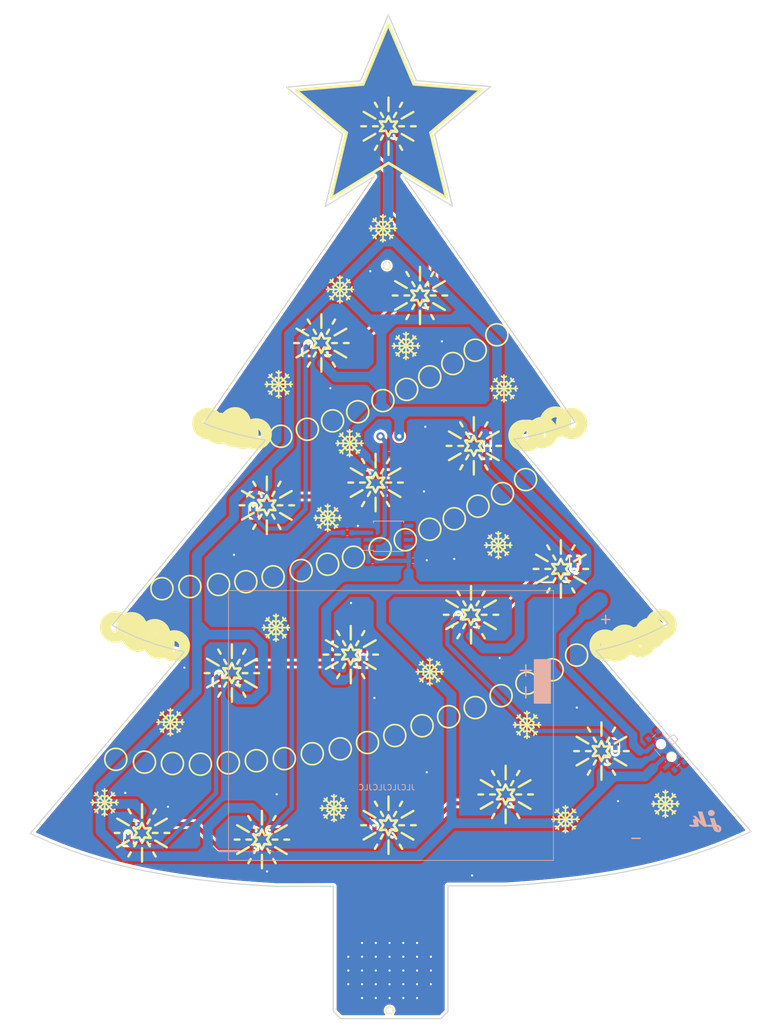
<source format=kicad_pcb>
(kicad_pcb (version 20211014) (generator pcbnew)
  (layers (0 "F.Cu" signal) (31 "B.Cu" signal) (34 "B.Paste" user) (35 "F.Paste" user) (36 "B.SilkS" user "B.Silkscreen") (37 "F.SilkS" user "F.Silkscreen") (38 "B.Mask" user) (39 "F.Mask" user) (44 "Edge.Cuts" user))
  (net 0 "")
  (net 1 "GND")
  (net 2 "+5V")
  (net 3 "Net-(D1-Pad4)")
  (net 4 "Net-(D1-Pad2)")
  (net 5 "Net-(D2-Pad2)")
  (net 6 "Net-(D3-Pad2)")
  (net 7 "Net-(D4-Pad2)")
  (net 8 "Net-(D5-Pad2)")
  (net 9 "Net-(D10-Pad4)")
  (net 10 "Net-(D10-Pad2)")
  (net 11 "Net-(D11-Pad2)")
  (net 12 "Net-(D12-Pad2)")
  (net 13 "Net-(D13-Pad2)")
  (net 14 "Net-(D14-Pad2)")
  (net 15 "PB5_RESET")
  (net 16 "PB4")
  (net 17 "Net-(D15-Pad2)")
  (net 18 "PB3_AI")
  (net 19 "Net-(D6-Pad2)")
  (net 20 "Net-(D7-Pad2)")
  (net 21 "Net-(D8-Pad2)")
  (net 22 "Net-(U1-Pad7)")
  (net 23 "Net-(U1-Pad6)")
  (net 24 "Net-(U1-Pad5)")
  (net 25 "Net-(J2-Pad1)")
  (footprint "Drvce:LED_WS2812B_edited" (layer "F.Cu") (at 54.2925 163.7665)
    (fp_text reference "D2" hide)
    (fp_text value "WS2812B")
  )
  (footprint "Drvce:LED_WS2812B_edited" (layer "F.Cu") (at 92.202 131.4069 180)
    (fp_text reference "D4" hide)
    (fp_text value "WS2812B")
  )
  (footprint "Drvce:LED_WS2812B_edited" (layer "F.Cu") (at 120.3325 156.7942 180)
    (fp_text reference "D6" hide)
    (fp_text value "WS2812B")
  )
  (footprint "Drvce:LED_WS2812B_edited" (layer "F.Cu") (at 137.7188 149.0091 180)
    (fp_text reference "D7" hide)
    (fp_text value "WS2812B")
  )
  (footprint "Drvce:LED_WS2812B_edited" (layer "F.Cu") (at 130.3782 115.8113 180)
    (fp_text reference "D9" hide)
    (fp_text value "WS2812B")
  )
  (footprint "Drvce:LED_WS2812B_edited" (layer "F.Cu") (at 114.554 93.472)
    (fp_text reference "D10" hide)
    (fp_text value "WS2812B")
  )
  (footprint "Drvce:LED_WS2812B_edited" (layer "F.Cu") (at 96.7105 100.1395)
    (fp_text reference "D11" hide)
    (fp_text value "WS2812B")
  )
  (footprint "Drvce:LED_WS2812B_edited" (layer "F.Cu") (at 76.962 104.267)
    (fp_text reference "D12" hide)
    (fp_text value "WS2812B")
  )
  (footprint "Drvce:LED_WS2812B_edited" (layer "F.Cu") (at 86.868 74.803 180)
    (fp_text reference "D13" hide)
    (fp_text value "WS2812B")
  )
  (footprint "Drvce:LED_WS2812B_edited" (layer "F.Cu") (at 104.775 66.167 180)
    (fp_text reference "D14" hide)
    (fp_text value "WS2812B")
  )
  (footprint "Drvce:LED_WS2812B_edited" (layer "F.Cu") (at 99.06 35.433 180)
    (fp_text reference "D15" hide)
    (fp_text value "WS2812B")
  )
  (footprint "Drvce:R_LDR_5.1x4.3mm_P3.4mm_Vertical_edited" (layer "F.Cu") (at 97.6 91.75)
    (fp_text reference "R3" hide)
    (fp_text value "R_PHOTO")
  )
  (footprint "Drvce:ukras1" (layer "F.Cu") (at 59.436 143.637)
    (fp_text reference "G***" hide)
    (fp_text value "LOGO" hide)
  )
  (footprint "Drvce:LED_WS2812B_edited" (layer "F.Cu") (at 99.06 162.3695 180)
    (fp_text reference "D5" hide)
    (fp_text value "WS2812B")
  )
  (footprint "Drvce:ukras1" (layer "F.Cu") (at 98.044 53.975)
    (fp_text reference "G***" hide)
    (fp_text value "LOGO" hide)
  )
  (footprint "Drvce:ukras1" (layer "F.Cu") (at 131.191 161.29)
    (fp_text reference "G***" hide)
    (fp_text value "LOGO" hide)
  )
  (footprint "Drvce:ukras1" (layer "F.Cu") (at 102.235 75.311)
    (fp_text reference "G***" hide)
    (fp_text value "LOGO" hide)
  )
  (footprint "Drvce:LED_WS2812B_edited" (layer "F.Cu") (at 114.0587 124.1171 180)
    (fp_text reference "D8" hide)
    (fp_text value "WS2812B")
  )
  (footprint "Drvce:LED_WS2812B_edited" (layer "F.Cu") (at 70.612 134.747 180)
    (fp_text reference "D3" hide)
    (fp_text value "WS2812B")
  )
  (footprint "Drvce:neopixel_pozadina" (layer "F.Cu") (at 114.554 93.472)
    (fp_text reference "G***" hide)
    (fp_text value "LOGO" hide)
  )
  (footprint "Drvce:neopixel_pozadina" (layer "F.Cu") (at 99.06 35.433)
    (fp_text reference "G***" hide)
    (fp_text value "LOGO" hide)
  )
  (footprint "Drvce:neopixel_pozadina" (layer "F.Cu") (at 104.775 66.167)
    (fp_text reference "G***" hide)
    (fp_text value "LOGO" hide)
  )
  (footprint "Drvce:neopixel_pozadina" (layer "F.Cu") (at 86.868 74.803)
    (fp_text reference "G***" hide)
    (fp_text value "LOGO" hide)
  )
  (footprint "Drvce:neopixel_pozadina" (layer "F.Cu") (at 96.7105 100.1395)
    (fp_text reference "G***" hide)
    (fp_text value "LOGO" hide)
  )
  (footprint "Drvce:neopixel_pozadina" (layer "F.Cu") (at 76.962 104.267)
    (fp_text reference "G***" hide)
    (fp_text value "LOGO" hide)
  )
  (footprint "Drvce:neopixel_pozadina" (layer "F.Cu") (at 130.3655 115.824)
    (fp_text reference "G***" hide)
    (fp_text value "LOGO" hide)
  )
  (footprint "Drvce:neopixel_pozadina" (layer "F.Cu") (at 114.046 124.1425)
    (fp_text reference "G***" hide)
    (fp_text value "LOGO" hide)
  )
  (footprint "Drvce:neopixel_pozadina" (layer "F.Cu") (at 92.202 131.3815)
    (fp_text reference "G***" hide)
    (fp_text value "LOGO" hide)
  )
  (footprint "Drvce:neopixel_pozadina" (layer "F.Cu") (at 54.2925 163.7665)
    (fp_text reference "G***" hide)
    (fp_text value "LOGO" hide)
  )
  (footprint "Drvce:neopixel_pozadina" (layer "F.Cu") (at 76.073 164.973)
    (fp_text reference "G***" hide)
    (fp_text value "LOGO" hide)
  )
  (footprint "Drvce:neopixel_pozadina" (layer "F.Cu") (at 99.06 162.3695)
    (fp_text reference "G***" hide)
    (fp_text value "LOGO" hide)
  )
  (footprint "Drvce:neopixel_pozadina" (layer "F.Cu") (at 120.3325 156.7815)
    (fp_text reference "G***" hide)
    (fp_text value "LOGO" hide)
  )
  (footprint "Drvce:neopixel_pozadina" (layer "F.Cu") (at 137.7315 148.9075)
    (fp_text reference "G***" hide)
    (fp_text value "LOGO" hide)
  )
  (footprint "Drvce:neopixel_pozadina" (layer "F.Cu") (at 70.612 134.747)
    (fp_text reference "G***" hide)
    (fp_text value "LOGO" hide)
  )
  (footprint "Drvce:ukras1" (layer "F.Cu") (at 149.352 158.496)
    (fp_text reference "G***" hide)
    (fp_text value "LOGO" hide)
  )
  (footprint "Drvce:ukras1" (layer "F.Cu") (at 90.235 65.061)
    (fp_text reference "G***" hide)
    (fp_text value "LOGO" hide)
  )
  (footprint "Drvce:LED_WS2812B_edited" (layer "F.Cu") (at 76.073 164.973)
    (fp_text reference "D1" hide)
    (fp_text value "WS2812B")
  )
  (footprint "TestPoint:TestPoint_THTPad_D1.0mm_Drill0.5mm" (layer "F.Cu") (at 99.25 196)
    (fp_text reference "REF**" hide)
    (fp_text value "TestPoint_THTPad_D1.0mm_Drill0.5mm")
  )
  (footprint "TestPoint:TestPoint_THTPad_D1.0mm_Drill0.5mm" (layer "F.Cu") (at 98.75 60.75)
    (fp_text reference "REF**" hide)
    (fp_text value "TestPoint_THTPad_D1.0mm_Drill0.5mm")
  )
  (footprint "Drvce:ukras1" (layer "F.Cu") (at 106.553 134.493)
    (fp_text reference "G***" hide)
    (fp_text value "LOGO" hide)
  )
  (footprint "Drvce:ukras1" (layer "F.Cu") (at 79.121 82.296)
    (fp_text reference "G***" hide)
    (fp_text value "LOGO" hide)
  )
  (footprint "Drvce:ukras1" (layer "F.Cu") (at 120.015 83.058)
    (fp_text reference "G***" hide)
    (fp_text value "LOGO" hide)
  )
  (footprint "Drvce:ukras1" (layer "F.Cu") (at 89.154 159.258)
    (fp_text reference "G***" hide)
    (fp_text value "LOGO" hide)
  )
  (footprint "Drvce:ukras1" (layer "F.Cu") (at 88.011 106.553)
    (fp_text reference "G***" hide)
    (fp_text value "LOGO" hide)
  )
  (footprint "Drvce:ukras1" (layer "F.Cu") (at 118.999 111.506)
    (fp_text reference "G***" hide)
    (fp_text value "LOGO" hide)
  )
  (footprint "Drvce:ukras1" (layer "F.Cu") (at 124.206 144.145)
    (fp_text reference "G***" hide)
    (fp_text value "LOGO" hide)
  )
  (footprint "Drvce:ukras1" (layer "F.Cu") (at 92 93)
    (fp_text reference "G***" hide)
    (fp_text value "LOGO" hide)
  )
  (footprint "Drvce:ukras1" (layer "F.Cu") (at 78.613 126.492)
    (fp_text reference "G***" hide)
    (fp_text value "LOGO" hide)
  )
  (footprint "Drvce:ukras1" (layer "F.Cu") (at 47.498 158.242)
    (fp_text reference "G***" hide)
    (fp_text value "LOGO" hide)
  )
  (footprint "Resistor_SMD:R_0603_1608Metric" (layer "B.Cu") (at 96.1644 114.335 180)
    (fp_text reference "R2" hide)
    (fp_text value "10k")
  )
  (footprint "Capacitor_SMD:C_0603_1608Metric" (layer "B.Cu") (at 54.25 162.9625 -90)
    (fp_text reference "C3" hide)
    (fp_text value "100n")
  )
  (footprint "Capacitor_SMD:C_0603_1608Metric" (layer "B.Cu") (at 92.25 132.25 90)
    (fp_text reference "C5" hide)
    (fp_text value "100n")
  )
  (footprint "Capacitor_SMD:C_0603_1608Metric" (layer "B.Cu") (at 137.75 149.8092 90)
    (fp_text reference "C8" hide)
    (fp_text value "100n")
  )
  (footprint "Capacitor_SMD:C_0603_1608Metric" (layer "B.Cu") (at 130.25 116.6368 90)
    (fp_text reference "C10" hide)
    (fp_text value "100n")
  )
  (footprint "Capacitor_SMD:C_0603_1608Metric" (layer "B.Cu") (at 114.75 92.7125 -90)
    (fp_text reference "C11" hide)
    (fp_text value "100n")
  )
  (footprint "Capacitor_SMD:C_0603_1608Metric" (layer "B.Cu") (at 96.75 99.314 -90)
    (fp_text reference "C12" hide)
    (fp_text value "100n")
  )
  (footprint "Capacitor_SMD:C_0603_1608Metric" (layer "B.Cu") (at 77 103.4625 -90)
    (fp_text reference "C13" hide)
    (fp_text value "100n")
  )
  (footprint "Capacitor_SMD:C_0603_1608Metric" (layer "B.Cu") (at 87 75.6285 90)
    (fp_text reference "C14" hide)
    (fp_text value "100n")
  )
  (footprint "Capacitor_SMD:C_0603_1608Metric" (layer "B.Cu") (at 104.75 67.0052 90)
    (fp_text reference "C15" hide)
    (fp_text value "100n")
  )
  (footprint "Package_SO:SOIJ-8_5.3x5.3mm_P1.27mm" (layer "B.Cu") (at 99.06 109.89)
    (fp_text reference "U1" hide)
    (fp_text value "ATtiny85-20SU")
  )
  (footprint "Capacitor_SMD:C_0603_1608Metric" (layer "B.Cu") (at 76 164.1475 -90)
    (fp_text reference "C2" hide)
    (fp_text value "100n" hide)
  )
  (footprint "Capacitor_SMD:C_0603_1608Metric" (layer "B.Cu") (at 99 36.25 90)
    (fp_text reference "C16" hide)
    (fp_text value "100n")
  )
  (footprint "Resistor_SMD:R_0603_1608Metric" (layer "B.Cu") (at 91.567 109.255)
    (fp_text reference "R1" hide)
    (fp_text value "470")
  )
  (footprint "Capacitor_SMD:C_0603_1608Metric" (layer "B.Cu") (at 120.25 157.6197 90)
    (fp_text reference "C7" hide)
    (fp_text value "100n")
  )
  (footprint "Capacitor_SMD:C_0603_1608Metric" (layer "B.Cu") (at 114 125.0375 90)
    (fp_text reference "C9" hide)
    (fp_text value "100n")
  )
  (footprint "Capacitor_SMD:C_0603_1608Metric" (layer "B.Cu") (at 70.75 135.5 90)
    (fp_text reference "C4" hide)
    (fp_text value "100n")
  )
  (footprint "Capacitor_SMD:C_0603_1608Metric" (layer "B.Cu") (at 103.5 114.335)
    (fp_text reference "C1" hide)
    (fp_text value "100n")
  )
  (footprint "Resistor_SMD:R_0603_1608Metric" (layer "B.Cu") (at 99.1616 95)
    (fp_text reference "R4" hide)
    (fp_text value "10k")
  )
  (footprint "Capacitor_SMD:C_0603_1608Metric" (layer "B.Cu") (at 99 163 90)
    (fp_text reference "C6" hide)
    (fp_text value "100n")
  )
  (footprint "Drvce:3xAA" (layer "B.Cu") (at 70.5 120.25 -90)
    (fp_text reference "REF**" hide)
    (fp_text value "3xAA")
  )
  (footprint "Connector_Wire:SolderWirePad_1x01_SMD_5x10mm" (layer "B.Cu") (at 136.25 122.5 130)
    (fp_text reference "J2" hide)
    (fp_text value "+")
  )
  (footprint "Connector_Wire:SolderWirePad_1x01_SMD_5x10mm" (layer "B.Cu") (at 146.5 162.75 40)
    (fp_text reference "J3" hide)
    (fp_text value "-")
  )
  (footprint "Button_Switch_SMD:SW_SPDT_PCM12" (layer "B.Cu") (at 149.25 149 -50)
    (fp_text reference "SW1" hide)
    (fp_text value "SW_SPST")
  )
  (footprint "Drvce:logo" (layer "B.Cu") (at 156.5 161.5 180)
    (fp_text reference "G***" hide)
    (fp_text value "LOGO" hide)
  )
  (gr_line (start 138.5 125.75) (end 138.5 124.25) (layer "B.SilkS") (width 0.25))
  (gr_line (start 137.75 125) (end 139.25 125) (layer "B.SilkS") (width 0.25))
  (gr_line (start 143.25 164.75) (end 144.75 164.75) (layer "B.SilkS") (width 0.25))
  (gr_circle (center 114.808 76.105) (end 116.808 76.105) (layer "F.SilkS") (width 0.3) (fill none))
  (gr_circle (center 118.745 73.311) (end 120.745 73.311) (layer "F.SilkS") (width 0.3) (fill none))
  (gr_circle (center 57.912 119.412) (end 59.912 119.412) (layer "F.SilkS") (width 0.3) (fill none))
  (gr_circle (center 105.156 144.304) (end 107.156 144.304) (layer "F.SilkS") (width 0.3) (fill none))
  (gr_circle (center 132.296942 89.408) (end 133.148884 89.408) (layer "F.SilkS") (width 2) (fill none))
  (gr_circle (center 138.392942 129.667) (end 139.244884 129.667) (layer "F.SilkS") (width 2) (fill none))
  (gr_circle (center 126.962942 91.059) (end 127.814884 91.059) (layer "F.SilkS") (width 2) (fill none))
  (gr_circle (center 84.328 90.456) (end 86.328 90.456) (layer "F.SilkS") (width 0.3) (fill none))
  (gr_circle (center 102.108 110.522) (end 104.108 110.522) (layer "F.SilkS") (width 0.3) (fill none))
  (gr_circle (center 133.223 131.477) (end 135.223 131.477) (layer "F.SilkS") (width 0.3) (fill none))
  (gr_circle (center 53.556942 128.016) (end 54.408884 128.016) (layer "F.SilkS") (width 2) (fill none))
  (gr_circle (center 52.413942 126.492) (end 53.265884 126.492) (layer "F.SilkS") (width 2) (fill none))
  (gr_circle (center 78.105 117.253) (end 80.105 117.253) (layer "F.SilkS") (width 0.3) (fill none))
  (gr_circle (center 129.375942 89.154) (end 130.227884 89.154) (layer "F.SilkS") (width 2) (fill none))
  (gr_circle (center 69.977 151.035) (end 71.977 151.035) (layer "F.SilkS") (width 0.3) (fill none))
  (gr_line (start 88.637221 48.513928) (end 99.06 42.1005) (layer "F.SilkS") (width 0.5))
  (gr_line (start 109.583929 48.454289) (end 106.68 36.576) (layer "F.SilkS") (width 0.5))
  (gr_circle (center 106.553 80.931) (end 108.553 80.931) (layer "F.SilkS") (width 0.3) (fill none))
  (gr_circle (center 64.897 151.289) (end 66.897 151.289) (layer "F.SilkS") (width 0.3) (fill none))
  (gr_circle (center 114.808 141.002) (end 116.808 141.002) (layer "F.SilkS") (width 0.3) (fill none))
  (gr_circle (center 124.206 136.557) (end 126.206 136.557) (layer "F.SilkS") (width 0.3) (fill none))
  (gr_circle (center 144.742942 129.032) (end 145.594884 129.032) (layer "F.SilkS") (width 2) (fill none))
  (gr_circle (center 109.982 142.653) (end 111.982 142.653) (layer "F.SilkS") (width 0.3) (fill none))
  (gr_circle (center 102.362 83.217) (end 104.362 83.217) (layer "F.SilkS") (width 0.3) (fill none))
  (gr_circle (center 148.552942 125.984) (end 149.404884 125.984) (layer "F.SilkS") (width 2) (fill none))
  (gr_line (start 99.06 42.1005) (end 109.583929 48.454289) (layer "F.SilkS") (width 0.5))
  (gr_circle (center 71.209942 89.281) (end 72.061884 89.281) (layer "F.SilkS") (width 2) (fill none))
  (gr_circle (center 110.744 78.518) (end 112.744 78.518) (layer "F.SilkS") (width 0.3) (fill none))
  (gr_circle (center 62.992 119.031) (end 64.992 119.031) (layer "F.SilkS") (width 0.3) (fill none))
  (gr_circle (center 59.817 151.162) (end 61.817 151.162) (layer "F.SilkS") (width 0.3) (fill none))
  (gr_line (start 94.451131 27.827118) (end 82.272996 28.868919) (layer "F.SilkS") (width 0.5))
  (gr_circle (center 57.366942 129.286) (end 58.218884 129.286) (layer "F.SilkS") (width 2) (fill none))
  (gr_circle (center 115.316 104.426) (end 117.316 104.426) (layer "F.SilkS") (width 0.3) (fill none))
  (gr_circle (center 98.044 85.249) (end 100.044 85.249) (layer "F.SilkS") (width 0.3) (fill none))
  (gr_line (start 99.020759 16.938312) (end 94.451131 27.827118) (layer "F.SilkS") (width 0.5))
  (gr_circle (center 88.9 88.932) (end 90.9 88.932) (layer "F.SilkS") (width 0.3) (fill none))
  (gr_circle (center 123.952 99.6) (end 125.952 99.6) (layer "F.SilkS") (width 0.3) (fill none))
  (gr_circle (center 119.761 102.14) (end 121.761 102.14) (layer "F.SilkS") (width 0.3) (fill none))
  (gr_circle (center 100.203 146.082) (end 102.203 146.082) (layer "F.SilkS") (width 0.3) (fill none))
  (gr_circle (center 80.137 150.273) (end 82.137 150.273) (layer "F.SilkS") (width 0.3) (fill none))
  (gr_circle (center 119.507 138.843) (end 121.507 138.843) (layer "F.SilkS") (width 0.3) (fill none))
  (gr_circle (center 124.422942 91.567) (end 125.274884 91.567) (layer "F.SilkS") (width 2) (fill none))
  (gr_line (start 82.272996 28.868919) (end 91.473464 36.619296) (layer "F.SilkS") (width 0.5))
  (gr_circle (center 106.553 108.617) (end 108.553 108.617) (layer "F.SilkS") (width 0.3) (fill none))
  (gr_circle (center 83.185 116.11) (end 85.185 116.11) (layer "F.SilkS") (width 0.3) (fill none))
  (gr_line (start 103.652317 27.800921) (end 99.020759 16.938312) (layer "F.SilkS") (width 0.5))
  (gr_circle (center 68.199 118.65) (end 70.199 118.65) (layer "F.SilkS") (width 0.3) (fill none))
  (gr_line (start 115.836186 28.77336) (end 103.652317 27.800921) (layer "F.SilkS") (width 0.5))
  (gr_circle (center 146.647942 127.508) (end 147.499884 127.508) (layer "F.SilkS") (width 2) (fill none))
  (gr_circle (center 49.492942 126.365) (end 50.344884 126.365) (layer "F.SilkS") (width 2) (fill none))
  (gr_circle (center 110.998 106.712) (end 112.998 106.712) (layer "F.SilkS") (width 0.3) (fill none))
  (gr_circle (center 123.660942 91.567) (end 124.512884 91.567) (layer "F.SilkS") (width 2) (fill none))
  (gr_circle (center 95.25 147.352) (end 97.25 147.352) (layer "F.SilkS") (width 0.3) (fill none))
  (gr_circle (center 60.160942 129.794) (end 61.012884 129.794) (layer "F.SilkS") (width 2) (fill none))
  (gr_circle (center 93.472 87.281) (end 95.472 87.281) (layer "F.SilkS") (width 0.3) (fill none))
  (gr_circle (center 85.217 149.384) (end 87.217 149.384) (layer "F.SilkS") (width 0.3) (fill none))
  (gr_circle (center 68.288942 90.297) (end 69.140884 90.297) (layer "F.SilkS") (width 2) (fill none))
  (gr_circle (center 75.057 150.654) (end 77.057 150.654) (layer "F.SilkS") (width 0.3) (fill none))
  (gr_circle (center 140.424942 129.794) (end 141.276884 129.794) (layer "F.SilkS") (width 2) (fill none))
  (gr_circle (center 128.778 134.144) (end 130.778 134.144) (layer "F.SilkS") (width 0.3) (fill none))
  (gr_circle (center 70.955942 90.805) (end 71.807884 90.805) (layer "F.SilkS") (width 2) (fill none))
  (gr_circle (center 79.502 91.726) (end 81.502 91.726) (layer "F.SilkS") (width 0.3) (fill none))
  (gr_circle (center 92.71 113.697) (end 94.71 113.697) (layer "F.SilkS") (width 0.3) (fill none))
  (gr_circle (center 66.256942 89.408) (end 67.108884 89.408) (layer "F.SilkS") (width 2) (fill none))
  (gr_line (start 91.473464 36.619296) (end 88.637221 48.513928) (layer "F.SilkS") (width 0.5))
  (gr_circle (center 141.948942 128.778) (end 142.800884 128.778) (layer "F.SilkS") (width 2) (fill none))
  (gr_circle (center 75.019942 91.313) (end 75.871884 91.313) (layer "F.SilkS") (width 2) (fill none))
  (gr_circle (center 90.297 148.495) (end 92.297 148.495) (layer "F.SilkS") (width 0.3) (fill none))
  (gr_circle (center 54.737 150.908) (end 56.737 150.908) (layer "F.SilkS") (width 0.3) (fill none))
  (gr_circle (center 49.53 150.4) (end 51.53 150.4) (layer "F.SilkS") (width 0.3) (fill none))
  (gr_circle (center 56.604942 127.762) (end 57.456884 127.762) (layer "F.SilkS") (width 2) (fill none))
  (gr_circle (center 88.011 114.967) (end 90.011 114.967) (layer "F.SilkS") (width 0.3) (fill none))
  (gr_line (start 106.68 36.576) (end 115.836186 28.77336) (layer "F.SilkS") (width 0.5))
  (gr_circle (center 72.606942 91.186) (end 73.458884 91.186) (layer "F.SilkS") (width 2) (fill none))
  (gr_circle (center 73.152 118.142) (end 75.152 118.142) (layer "F.SilkS") (width 0.3) (fill none))
  (gr_circle (center 97.536 112.173) (end 99.536 112.173) (layer "F.SilkS") (width 0.3) (fill none))
  (gr_line (start 89.027 173.456499) (end 89.027 196.1515) (layer "Edge.Cuts") (width 0.2))
  (gr_line (start 89.027 173.456499) (end 78.836541 173.492358) (layer "Edge.Cuts") (width 0.2))
  (gr_line (start 109.855 173.374694) (end 120.119125 173.374694) (layer "Edge.Cuts") (width 0.2))
  (gr_line (start 89.027 196.1515) (end 90.3605 197.485) (layer "Edge.Cuts") (width 0.2))
  (gr_line (start 109.855 196.215) (end 108.585 197.485) (layer "Edge.Cuts") (width 0.2))
  (gr_line (start 90.3605 197.485) (end 108.585 197.485) (layer "Edge.Cuts") (width 0.2))
  (gr_curve (pts (xy 131.566939 172.397187) (xy 142.99887 171.08837) (xy 154.244686 168.62344) (xy 164.883993 163.492007)) (layer "Edge.Cuts") (width 0.2))
  (gr_line (start 80.539997 28.32775) (end 90.702936 36.888902) (layer "Edge.Cuts") (width 0.2))
  (gr_line (start 90.702936 36.888902) (end 87.574801 50.00767) (layer "Edge.Cuts") (width 0.2))
  (gr_line (start 99.026108 15.153808) (end 93.98 27.178) (layer "Edge.Cuts") (width 0.2))
  (gr_line (start 104.140603 27.149071) (end 99.026108 15.153808) (layer "Edge.Cuts") (width 0.2))
  (gr_line (start 96.432139 44.561067) (end 65.521252 89.359874) (layer "Edge.Cuts") (width 0.2))
  (gr_curve (pts (xy 136.714033 130.636055) (xy 143.585825 129.422807) (xy 149.80835 125.755531) (xy 149.80835 125.755531)) (layer "Edge.Cuts") (width 0.2))
  (gr_curve (pts (xy 120.119125 173.374694) (xy 123.945335 173.139637) (xy 127.766422 172.832299) (xy 131.566939 172.397187)) (layer "Edge.Cuts") (width 0.2))
  (gr_line (start 93.98 27.178) (end 80.539997 28.32775) (layer "Edge.Cuts") (width 0.2))
  (gr_line (start 149.80835 125.755531) (end 121.796778 92.270606) (layer "Edge.Cuts") (width 0.2))
  (gr_line (start 76.694931 92.399018) (end 48.874485 126.042905) (layer "Edge.Cuts") (width 0.2))
  (gr_curve (pts (xy 121.796778 92.270606) (xy 127.524363 91.457695) (xy 132.95297 89.167886) (xy 132.95297 89.167886)) (layer "Edge.Cuts") (width 0.2))
  (gr_line (start 101.787488 44.54582) (end 110.675697 49.941898) (layer "Edge.Cuts") (width 0.2))
  (gr_line (start 109.855 196.215) (end 109.855 173.374694) (layer "Edge.Cuts") (width 0.2))
  (gr_curve (pts (xy 48.874485 126.042905) (xy 55.117791 129.674689) (xy 61.99638 130.848787) (xy 61.99638 130.848787)) (layer "Edge.Cuts") (width 0.2))
  (gr_line (start 110.675697 49.941898) (end 107.472911 36.841155) (layer "Edge.Cuts") (width 0.2))
  (gr_curve (pts (xy 67.381189 172.579933) (xy 71.184837 172.993475) (xy 75.008334 173.279079) (xy 78.836541 173.492358)) (layer "Edge.Cuts") (width 0.2))
  (gr_line (start 107.472911 36.841155) (end 117.586936 28.222272) (layer "Edge.Cuts") (width 0.2))
  (gr_line (start 117.586936 28.222272) (end 104.140603 27.149071) (layer "Edge.Cuts") (width 0.2))
  (gr_line (start 132.95297 89.167886) (end 101.787488 44.54582) (layer "Edge.Cuts") (width 0.2))
  (gr_line (start 87.574801 50.00767) (end 96.432139 44.561067) (layer "Edge.Cuts") (width 0.2))
  (gr_line (start 61.99638 130.848787) (end 34.013967 163.864614) (layer "Edge.Cuts") (width 0.2))
  (gr_line (start 164.883993 163.492007) (end 136.714033 130.636055) (layer "Edge.Cuts") (width 0.2))
  (gr_curve (pts (xy 34.013967 163.864614) (xy 44.682322 168.93538) (xy 55.941991 171.336234) (xy 67.381189 172.579933)) (layer "Edge.Cuts") (width 0.2))
  (gr_curve (pts (xy 65.521252 89.359874) (xy 70.96281 91.618734) (xy 76.694931 92.399018) (xy 76.694931 92.399018)) (layer "Edge.Cuts") (width 0.2))
  (gr_text "JLCJLCJLCJLC" (at 98.75 155.5) (layer "B.SilkS") (effects (font (size 1 1)) (justify mirror)))
  (via (at 94.25 193.75) (size 0.8) (drill 0.4) (layers "F.Cu" "B.Cu") (net 1))
  (via (at 94.25 183.75) (size 0.8) (drill 0.4) (layers "F.Cu" "B.Cu") (net 1))
  (via (at 94.25 188.75) (size 0.8) (drill 0.4) (layers "F.Cu" "B.Cu") (net 1))
  (via (at 94.25 186.25) (size 0.8) (drill 0.4) (layers "F.Cu" "B.Cu") (net 1))
  (via (at 94.25 191.25) (size 0.8) (drill 0.4) (layers "F.Cu" "B.Cu") (net 1))
  (via (at 88.5 83) (size 0.8) (drill 0.4) (layers "F.Cu" "B.Cu") (net 1))
  (via (at 71 113.25) (size 0.8) (drill 0.4) (layers "F.Cu" "B.Cu") (net 1))
  (via (at 99.25 191.25) (size 0.8) (drill 0.4) (layers "F.Cu" "B.Cu") (net 1))
  (via (at 106 114.25) (size 0.8) (drill 0.4) (layers "F.Cu" "B.Cu") (net 1))
  (via (at 114.25 171.5) (size 0.8) (drill 0.4) (layers "F.Cu" "B.Cu") (net 1))
  (via (at 92.25 130) (size 0.8) (drill 0.4) (layers "F.Cu" "B.Cu") (net 1))
  (via (at 101.75 183.75) (size 0.8) (drill 0.4) (layers "F.Cu" "B.Cu") (net 1))
  (via (at 78.75 156.75) (size 0.8) (drill 0.4) (layers "F.Cu" "B.Cu") (net 1))
  (via (at 70.75 133.25) (size 0.8) (drill 0.4) (layers "F.Cu" "B.Cu") (net 1))
  (via (at 105.75 90) (size 0.8) (drill 0.4) (layers "F.Cu" "B.Cu") (net 1))
  (via (at 91.75 191.25) (size 0.8) (drill 0.4) (layers "F.Cu" "B.Cu") (net 1))
  (via (at 105.5 101.75) (size 0.8) (drill 0.4) (layers "F.Cu" "B.Cu") (net 1))
  (via (at 137.75 147.5) (size 0.8) (drill 0.4) (layers "F.Cu" "B.Cu") (net 1))
  (via (at 114.75 95) (size 0.8) (drill 0.4) (layers "F.Cu" "B.Cu") (net 1))
  (via (at 99.25 188.75) (size 0.8) (drill 0.4) (layers "F.Cu" "B.Cu") (net 1))
  (via (at 111 114) (size 0.8) (drill 0.4) (layers "F.Cu" "B.Cu") (net 1))
  (via (at 91.75 188.75) (size 0.8) (drill 0.4) (layers "F.Cu" "B.Cu") (net 1))
  (via (at 77 170.75) (size 0.8) (drill 0.4) (layers "F.Cu" "B.Cu") (net 1))
  (via (at 99.25 183.75) (size 0.8) (drill 0.4) (layers "F.Cu" "B.Cu") (net 1))
  (via (at 104.25 186.25) (size 0.8) (drill 0.4) (layers "F.Cu" "B.Cu") (net 1))
  (via (at 101.75 191.25) (size 0.8) (drill 0.4) (layers "F.Cu" "B.Cu") (net 1))
  (via (at 104.75 64.75) (size 0.8) (drill 0.4) (layers "F.Cu" "B.Cu") (net 1))
  (via (at 108.75 74.5) (size 0.8) (drill 0.4) (layers "F.Cu" "B.Cu") (net 1))
  (via (at 96.75 183.75) (size 0.8) (drill 0.4) (layers "F.Cu" "B.Cu") (net 1))
  (via (at 120.25 155.25) (size 0.8) (drill 0.4) (layers "F.Cu" "B.Cu") (net 1))
  (via (at 51.25 156.5) (size 0.8) (drill 0.4) (layers "F.Cu" "B.Cu") (net 1))
  (via (at 101.75 186.25) (size 0.8) (drill 0.4) (layers "F.Cu" "B.Cu") (net 1))
  (via (at 93.5 108) (size 0.8) (drill 0.4) (layers "F.Cu" "B.Cu") (net 1))
  (via (at 96.75 191.25) (size 0.8) (drill 0.4) (layers "F.Cu" "B.Cu") (net 1))
  (via (at 99.25 186.25) (size 0.8) (drill 0.4) (layers "F.Cu" "B.Cu") (net 1))
  (via (at 87 73.25) (size 0.8) (drill 0.4) (layers "F.Cu" "B.Cu") (net 1))
  (via (at 96.5 139.25) (size 0.8) (drill 0.4) (layers "F.Cu" "B.Cu") (net 1))
  (via (at 106 152.75) (size 0.8) (drill 0.4) (layers "F.Cu" "B.Cu") (net 1))
  (via (at 130.25 114.25) (size 0.8) (drill 0.4) (layers "F.Cu" "B.Cu") (net 1))
  (via (at 133.25 141) (size 0.8) (drill 0.4) (layers "F.Cu" "B.Cu") (net 1))
  (via (at 96.75 188.75) (size 0.8) (drill 0.4) (layers "F.Cu" "B.Cu") (net 1))
  (via (at 59 159) (size 0.8) (drill 0.4) (layers "F.Cu" "B.Cu") (net 1))
  (via (at 106.75 188.75) (size 0.8) (drill 0.4) (layers "F.Cu" "B.Cu") (net 1))
  (via (at 92.25 122) (size 0.8) (drill 0.4) (layers "F.Cu" "B.Cu") (net 1))
  (via (at 101.75 188.75) (size 0.8) (drill 0.4) (layers "F.Cu" "B.Cu") (net 1))
  (via (at 99.25 193.75) (size 0.8) (drill 0.4) (layers "F.Cu" "B.Cu") (net 1))
  (via (at 95.75 61.75) (size 0.8) (drill 0.4) (layers "F.Cu" "B.Cu") (net 1))
  (via (at 62 133.75) (size 0.8) (drill 0.4) (layers "F.Cu" "B.Cu") (net 1))
  (via (at 76 166.5) (size 0.8) (drill 0.4) (layers "F.Cu" "B.Cu") (net 1))
  (via (at 54.25 165) (size 0.8) (drill 0.4) (layers "F.Cu" "B.Cu") (net 1))
  (via (at 119.25 132) (size 0.8) (drill 0.4) (layers "F.Cu" "B.Cu") (net 1))
  (via (at 96.75 193.75) (size 0.8) (drill 0.4) (layers "F.Cu" "B.Cu") (net 1))
  (via (at 99 34) (size 0.8) (drill 0.4) (layers "F.Cu" "B.Cu") (net 1))
  (via (at 96.75 101.75) (size 0.8) (drill 0.4) (layers "F.Cu" "B.Cu") (net 1))
  (via (at 91.75 186.25) (size 0.8) (drill 0.4) (layers "F.Cu" "B.Cu") (net 1))
  (via (at 106.75 191.25) (size 0.8) (drill 0.4) (layers "F.Cu" "B.Cu") (net 1))
  (via (at 77 105.75) (size 0.8) (drill 0.4) (layers "F.Cu" "B.Cu") (net 1))
  (via (at 104.25 188.75) (size 0.8) (drill 0.4) (layers "F.Cu" "B.Cu") (net 1))
  (via (at 99 161) (size 0.8) (drill 0.4) (layers "F.Cu" "B.Cu") (net 1))
  (via (at 104.25 193.75) (size 0.8) (drill 0.4) (layers "F.Cu" "B.Cu") (net 1))
  (via (at 140.75 158) (size 0.8) (drill 0.4) (layers "F.Cu" "B.Cu") (net 1))
  (via (at 101.75 193.75) (size 0.8) (drill 0.4) (layers "F.Cu" "B.Cu") (net 1))
  (via (at 104.25 183.75) (size 0.8) (drill 0.4) (layers "F.Cu" "B.Cu") (net 1))
  (via (at 96.75 186.25) (size 0.8) (drill 0.4) (layers "F.Cu" "B.Cu") (net 1))
  (via (at 104.25 191.25) (size 0.8) (drill 0.4) (layers "F.Cu" "B.Cu") (net 1))
  (via (at 114 122.75) (size 0.8) (drill 0.4) (layers "F.Cu" "B.Cu") (net 1))
  (via (at 106.75 186.25) (size 0.8) (drill 0.4) (layers "F.Cu" "B.Cu") (net 1))
  (segment (start 114 124.25) (end 114 122.75) (width 0.762) (layer "B.Cu") (net 1))
  (segment (start 104.75 66.2177) (end 104.75 64.75) (width 0.762) (layer "B.Cu") (net 1))
  (segment (start 54.25 165) (end 54.25 163.75) (width 0.762) (layer "B.Cu") (net 1))
  (segment (start 95.41 107.985) (end 93.515 107.985) (width 0.762) (layer "B.Cu") (net 1))
  (segment (start 77 104.25) (end 77 105.75) (width 0.762) (layer "B.Cu") (net 1))
  (segment (start 87 74.841) (end 87 73.25) (width 0.762) (layer "B.Cu") (net 1))
  (segment (start 70.75 134.7125) (end 70.75 133.25) (width 0.762) (layer "B.Cu") (net 1))
  (segment (start 96.75 100.1015) (end 96.75 101.75) (width 0.762) (layer "B.Cu") (net 1))
  (segment (start 99.9491 95) (end 103.5 95) (width 0.762) (layer "B.Cu") (net 1))
  (segment (start 105 93.5) (end 114.75 93.5) (width 0.762) (layer "B.Cu") (net 1))
  (segment (start 104.2875 114.335) (end 105.915 114.335) (width 0.762) (layer "B.Cu") (net 1))
  (segment (start 137.75 149.0217) (end 137.75 147.5) (width 0.762) (layer "B.Cu") (net 1))
  (segment (start 114.75 93.5) (end 114.75 95) (width 0.762) (layer "B.Cu") (net 1))
  (segment (start 76 164.935) (end 76 166.5) (width 0.762) (layer "B.Cu") (net 1))
  (segment (start 93.515 107.985) (end 93.5 108) (width 0.762) (layer "B.Cu") (net 1))
  (segment (start 105.915 114.335) (end 106 114.25) (width 0.762) (layer "B.Cu") (net 1))
  (segment (start 103.5 95) (end 105 93.5) (width 0.762) (layer "B.Cu") (net 1))
  (segment (start 130.25 115.8493) (end 130.25 114.25) (width 0.762) (layer "B.Cu") (net 1))
  (segment (start 99 162.2125) (end 99 161) (width 0.762) (layer "B.Cu") (net 1))
  (segment (start 92.25 131.4625) (end 92.25 130) (width 0.762) (layer "B.Cu") (net 1))
  (segment (start 99 35.4625) (end 99 34) (width 0.762) (layer "B.Cu") (net 1))
  (segment (start 120.25 156.8322) (end 120.25 155.25) (width 0.762) (layer "B.Cu") (net 1))
  (segment (start 105.75 67.75) (end 107.208 67.75) (width 0.762) (layer "F.Cu") (net 2))
  (segment (start 132.8282 117.4113) (end 131.3387 117.4113) (width 0.762) (layer "F.Cu") (net 2))
  (segment (start 88.097 76.403) (end 88 76.5) (width 0.762) (layer "F.Cu") (net 2))
  (segment (start 99.9695 163.9695) (end 99.7875 163.7875) (width 0.762) (layer "F.Cu") (net 2))
  (segment (start 112.104 91.872) (end 113.622 91.872) (width 0.762) (layer "F.Cu") (net 2))
  (segment (start 75.917 102.667) (end 76 102.75) (width 0.762) (layer "F.Cu") (net 2))
  (segment (start 116.5087 125.7171) (end 115.0329 125.7171) (width 0.762) (layer "F.Cu") (net 2))
  (segment (start 94.652 133.0069) (end 93.2569 133.0069) (width 0.762) (layer "F.Cu") (net 2))
  (segment (start 100.033 37.033) (end 100 37) (width 0.762) (layer "F.Cu") (net 2))
  (segment (start 140.1688 150.6091) (end 138.8909 150.6091) (width 0.762) (layer "F.Cu") (net 2))
  (segment (start 73.623 163.373) (end 74.873 163.373) (width 0.762) (layer "F.Cu") (net 2))
  (segment (start 121.1702 158.3942) (end 121.1572 158.4072) (width 0.762) (layer "F.Cu") (net 2))
  (segment (start 95.7105 98.5395) (end 95.75 98.5) (width 0.762) (layer "F.Cu") (net 2))
  (segment (start 138.8909 150.6091) (end 138.75 150.75) (width 0.762) (layer "F.Cu") (net 2))
  (segment (start 94.2605 98.5395) (end 95.7105 98.5395) (width 0.762) (layer "F.Cu") (net 2))
  (segment (start 74.512 102.667) (end 75.917 102.667) (width 0.762) (layer "F.Cu") (net 2))
  (segment (start 115.0329 125.7171) (end 115 125.75) (width 0.762) (layer "F.Cu") (net 2))
  (segment (start 74.873 163.373) (end 75 163.5) (width 0.762) (layer "F.Cu") (net 2))
  (segment (start 93.2569 133.0069) (end 93.25 133) (width 0.762) (layer "F.Cu") (net 2))
  (segment (start 131.3387 117.4113) (end 131.25 117.5) (width 0.762) (layer "F.Cu") (net 2))
  (segment (start 53.1665 162.1665) (end 53.25 162.25) (width 0.762) (layer "F.Cu") (net 2))
  (segment (start 89.318 76.403) (end 88.097 76.403) (width 0.762) (layer "F.Cu") (net 2))
  (segment (start 101.51 37.033) (end 100.033 37.033) (width 0.762) (layer "F.Cu") (net 2))
  (segment (start 122.7825 158.3942) (end 121.1702 158.3942) (width 0.762) (layer "F.Cu") (net 2))
  (segment (start 113.622 91.872) (end 113.75 92) (width 0.762) (layer "F.Cu") (net 2))
  (segment (start 51.8425 162.1665) (end 53.1665 162.1665) (width 0.762) (layer "F.Cu") (net 2))
  (segment (start 107.208 67.75) (end 107.225 67.767) (width 0.762) (layer "F.Cu") (net 2))
  (segment (start 101.51 163.9695) (end 99.9695 163.9695) (width 0.762) (layer "F.Cu") (net 2))
  (segment (start 73.062 136.347) (end 71.847 136.347) (width 0.762) (layer "F.Cu") (net 2))
  (segment (start 71.847 136.347) (end 71.75 136.25) (width 0.762) (layer "F.Cu") (net 2))
  (via (at 75 163.5) (size 0.8) (drill 0.4) (layers "F.Cu" "B.Cu") (net 2))
  (via (at 88 76.5) (size 0.8) (drill 0.4) (layers "F.Cu" "B.Cu") (net 2))
  (via (at 76 102.75) (size 0.8) (drill 0.4) (layers "F.Cu" "B.Cu") (net 2))
  (via (at 138.75 150.75) (size 0.8) (drill 0.4) (layers "F.Cu" "B.Cu") (net 2))
  (via (at 131.25 117.5) (size 0.8) (drill 0.4) (layers "F.Cu" "B.Cu") (net 2))
  (via (at 93.25 133) (size 0.8) (drill 0.4) (layers "F.Cu" "B.Cu") (net 2))
  (via (at 121.1572 158.4072) (size 0.8) (drill 0.4) (layers "F.Cu" "B.Cu") (net 2))
  (via (at 113.75 92) (size 0.8) (drill 0.4) (layers "F.Cu" "B.Cu") (net 2))
  (via (at 53.25 162.25) (size 0.8) (drill 0.4) (layers "F.Cu" "B.Cu") (net 2))
  (via (at 95.75 98.5) (size 0.8) (drill 0.4) (layers "F.Cu" "B.Cu") (net 2))
  (via (at 105.75 67.75) (size 0.8) (drill 0.4) (layers "F.Cu" "B.Cu") (net 2))
  (via (at 99.7875 163.7875) (size 0.8) (drill 0.4) (layers "F.Cu" "B.Cu") (net 2))
  (via (at 71.75 136.25) (size 0.8) (drill 0.4) (layers "F.Cu" "B.Cu") (net 2))
  (via (at 100 37) (size 0.8) (drill 0.4) (layers "F.Cu" "B.Cu") (net 2))
  (via (at 115 125.75) (size 0.8) (drill 0.4) (layers "F.Cu" "B.Cu") (net 2))
  (segment (start 116.125 72.375) (end 112.5 68.75) (width 1.778) (layer "B.Cu") (net 2))
  (segment (start 98 87.25) (end 97.75 87) (width 1.778) (layer "B.Cu") (net 2))
  (segment (start 87.75 134.5) (end 89.25 136) (width 1.778) (layer "B.Cu") (net 2))
  (segment (start 120.5 162) (end 122.25 162) (width 1.778) (layer "B.Cu") (net 2))
  (segment (start 118.75 89) (end 117.5 89) (width 1.778) (layer "B.Cu") (net 2))
  (segment (start 99 166) (end 99 167.75) (width 1.778) (layer "B.Cu") (net 2))
  (segment (start 48 158.5) (end 46.75 159.75) (width 1.778) (layer "B.Cu") (net 2))
  (segment (start 77 97.25) (end 77.125 97.125) (width 1.778) (layer "B.Cu") (net 2))
  (segment (start 91.25 66.25) (end 91.25 63) (width 1.778) (layer "B.Cu") (net 2))
  (segment (start 100 119.5) (end 99.5 119.5) (width 1.778) (layer "B.Cu") (net 2))
  (segment (start 99.0375 37) (end 99 37.0375) (width 0.762) (layer "B.Cu") (net 2))
  (segment (start 113.825 91.925) (end 113.75 92) (width 0.762) (layer "B.Cu") (net 2))
  (segment (start 120.2125 160.0375) (end 120.25 160) (width 1.5) (layer "B.Cu") (net 2))
  (segment (start 118.75 78.25) (end 118.75 85.75) (width 1.778) (layer "B.Cu") (net 2))
  (segment (start 132 119.5) (end 130 119.5) (width 1.778) (layer "B.Cu") (net 2))
  (segment (start 114 128) (end 116.25 130.25) (width 1.778) (layer "B.Cu") (net 2))
  (segment (start 105.7073 67.7927) (end 105.75 67.75) (width 0.762) (layer "B.Cu") (net 2))
  (segment (start 54.25 162.175) (end 54.25 160.5) (width 0.762) (layer "B.Cu") (net 2))
  (segment (start 114.75 87.25) (end 118.5 87.25) (width 1.778) (layer "B.Cu") (net 2))
  (segment (start 99.75 70.5) (end 98 70.5) (width 1.778) (layer "B.Cu") (net 2))
  (segment (start 95.75 98.5) (end 96.7235 98.5) (width 0.762) (layer "B.Cu") (net 2))
  (segment (start 122.875 121.375) (end 124.75 119.5) (width 1.778) (layer "B.Cu") (net 2))
  (segment (start 118.5 87.25) (end 118.75 87.5) (width 1.778) (layer "B.Cu") (net 2))
  (segment (start 97.75 70.75) (end 98 70.5) (width 1.778) (layer "B.Cu") (net 2))
  (segment (start 97.75 83) (end 97.75 81) (width 1.778) (layer "B.Cu") (net 2))
  (segment (start 71 103.25) (end 71 106.5) (width 1.778) (layer "B.Cu") (net 2))
  (segment (start 102.7125 116.5375) (end 102.7125 119.0375) (width 1.778) (layer "B.Cu") (net 2))
  (segment (start 96.75 97.25) (end 95 95.5) (width 0.762) (layer "B.Cu") (net 2))
  (segment (start 46.75 155.5) (end 46.75 158.5) (width 1.5) (layer "B.Cu") (net 2))
  (segment (start 118.75 87.25) (end 117.25 87.25) (width 1.5) (layer "B.Cu") (net 2))
  (segment (start 114.75 89.75) (end 114.75 87.25) (width 1.778) (layer "B.Cu") (net 2))
  (segment (start 102.7125 114.335) (end 102.7125 116.5375) (width 0.635) (layer "B.Cu") (net 2))
  (segment (start 66.25 162.75) (end 66.25 166) (width 1.778) (layer "B.Cu") (net 2))
  (segment (start 122.875 121.125) (end 121.25 119.5) (width 1.778) (layer "B.Cu") (net 2))
  (segment (start 89.625 64.625) (end 91.25 66.25) (width 1.778) (layer "B.Cu") (net 2))
  (segment (start 76.5 100.75) (end 75 99.25) (width 1.778) (layer "B.Cu") (net 2))
  (segment (start 102.7125 116.5375) (end 102.7125 117.9625) (width 1.778) (layer "B.Cu") (net 2))
  (segment (start 74.25 159.25) (end 69.75 159.25) (width 1.778) (layer "B.Cu") (net 2))
  (segment (start 75 99.25) (end 77.125 97.125) (width 1.778) (layer "B.Cu") (net 2))
  (segment (start 122.25 162) (end 131.5 162) (width 1.778) (layer "B.Cu") (net 2))
  (segment (start 118.75 85.75) (end 118.75 87.5) (width 1.778) (layer "B.Cu") (net 2))
  (segment (start 100.5 168) (end 99 166.5) (width 1.778) (layer "B.Cu") (net 2))
  (segment (start 120.25 158.4072) (end 121.1572 158.4072) (width 0.762) (layer "B.Cu") (net 2))
  (segment (start 67.75 168) (end 82.25 168) (width 1.778) (layer "B.Cu") (net 2))
  (segment (start 101 91.75) (end 101 88.5) (width 1.778) (layer "B.Cu") (net 2))
  (segment (start 75.14 163.36) (end 75 163.5) (width 0.762) (layer "B.Cu") (net 2))
  (segment (start 111 70.25) (end 112.5 68.75) (width 1.778) (layer "B.Cu") (net 2))
  (segment (start 93.25 90.5) (end 96.5 87.25) (width 1.778) (layer "B.Cu") (net 2))
  (segment (start 131.5 162) (end 135 158.5) (width 1.778) (layer "B.Cu") (net 2))
  (segment (start 130.25 119.25) (end 130 119.5) (width 0.762) (layer "B.Cu") (net 2))
  (segment (start 100.75 168) (end 100.5 168) (width 1.778) (layer "B.Cu") (net 2))
  (segment (start 104.75 67.7927) (end 104.75 70.5) (width 0.762) (layer "B.Cu") (net 2))
  (segment (start 97.875 56.375) (end 100.125 56.375) (width 1.778) (layer "B.Cu") (net 2))
  (segment (start 95.75 81) (end 97.75 83) (width 1.778) (layer "B.Cu") (net 2))
  (segment (start 102.7125 118.0375) (end 101.25 119.5) (width 1.778) (layer "B.Cu") (net 2))
  (segment (start 66.25 127.75) (end 66 127.75) (width 1.778) (layer "B.Cu") (net 2))
  (segment (start 66.25 127.75) (end 74.25 127.75) (width 1.778) (layer "B.Cu") (net 2))
  (segment (start 120.75 130.25) (end 122.875 128.125) (width 1.778) (layer "B.Cu") (net 2))
  (segment (start 99 166.5) (end 97.5 168) (width 1.778) (layer "B.Cu") (net 2))
  (segment (start 118.75 89) (end 118.75 88.75) (width 1.778) (layer "B.Cu") (net 2))
  (segment (start 87 78.5) (end 89.25 80.75) (width 1.5) (layer "B.Cu") (net 2))
  (segment (start 104.75 70.5) (end 111 70.5) (width 1.778) (layer "B.Cu") (net 2))
  (segment (start 137.75 150.5967) (end 138.5967 150.5967) (width 0.762) (layer "B.Cu") (net 2))
  (segment (start 110.25 119.5) (end 104.25 119.5) (width 1.778) (layer "B.Cu") (net 2))
  (segment (start 105.80601 67.69399) (end 105.75 67.75) (width 0.762) (layer "B.Cu") (net 2))
  (segment (start 53 158.5) (end 48.25 158.5) (width 1.778) (layer "B.Cu") (net 2))
  (segment (start 102.7125 116.5375) (end 102.7125 118.0375) (width 1.778) (layer "B.Cu") (net 2))
  (segment (start 121.25 119.5) (end 110.25 119.5) (width 1.778) (layer "B.Cu") (net 2))
  (segment (start 98 70.5) (end 95.5 70.5) (width 1.778) (layer "B.Cu") (net 2))
  (segment (start 118.75 89) (end 118.75 90.25) (width 1.778) (layer "B.Cu") (net 2))
  (segment (start 131.1743 117.4243) (end 131.25 117.5) (width 0.762) (layer "B.Cu") (net 2))
  (segment (start 76 161) (end 74.25 159.25) (width 1.778) (layer "B.Cu") (net 2))
  (segment (start 97.75 77.5) (end 97.75 72.75) (width 1.5) (layer "B.Cu") (net 2))
  (segment (start 118.75 75) (end 116.125 72.375) (width 1.778) (layer "B.Cu") (net 2))
  (segment (start 137.75 150.5967) (end 137.75 152.75) (width 0.762) (layer "B.Cu") (net 2))
  (segment (start 120.25 160.25) (end 118.5 162) (width 1.778) (layer "B.Cu") (net 2))
  (segment (start 69.75 159.25) (end 66.25 162.75) (width 1.778) (layer "B.Cu") (net 2))
  (segment (start 92.25 133.0375) (end 92.25 134.75) (width 0.762) (layer "B.Cu") (net 2))
  (segment (start 48 158.5) (end 46.75 157.25) (width 1.778) (layer "B.Cu") (net 2))
  (segment (start 97.75 78.75) (end 97.75 79) (width 1.778) (layer "B.Cu") (net 2))
  (segment (start 118.75 88.75) (end 117.25 87.25) (width 1.778) (layer "B.Cu") (net 2))
  (segment (start 93.2125 133.0375) (end 93.25 133) (width 0.762) (layer "B.Cu") (net 2))
  (segment (start 74.5 139.5) (end 71.75 139.5) (width 1.778) (layer "B.Cu") (net 2))
  (segment (start 89.625 64.625) (end 91.375 62.875) (width 1.778) (layer "B.Cu") (net 2))
  (segment (start 64.25 125.75) (end 64.25 127.75) (width 1.778) (layer "B.Cu") (net 2))
  (segment (start 100 37) (end 99.0375 37) (width 0.762) (layer "B.Cu") (net 2))
  (segment (start 46.75 158.5) (end 46.75 163.5) (width 1.5) (layer "B.Cu") (net 2))
  (segment (start 99.5 87.25) (end 99 87.25) (width 1.778) (layer "B.Cu") (net 2))
  (segment (start 76 163.36) (end 75.14 163.36) (width 0.762) (layer "B.Cu") (net 2))
  (segment (start 76.25 129.75) (end 76.25 137.75) (width 1.778) (layer "B.Cu") (net 2))
  (segment (start 137.625 155.875) (end 140 153.5) (width 1.778) (layer "B.Cu") (net 2))
  (segment (start 46.75 163.5) (end 51.25 168) (width 1.778) (layer "B.Cu") (net 2))
  (segment (start 130 119.5) (end 124.75 119.5) (width 1.778) (layer "B.Cu") (net 2))
  (segment (start 102.7125 117.9625) (end 104.25 119.5) (width 1.778) (layer "B.Cu") (net 2))
  (segment (start 96 119.5) (end 97.75 121.25) (width 1.778) (layer "B.Cu") (net 2))
  (segment (start 114.75 88.75) (end 116.25 87.25) (width 1.778) (layer "B.Cu") (net 2))
  (segment (start 112.5 68.75) (end 111 67.25) (width 1.778) (layer "B.Cu") (net 2))
  (segment (start 117.5 89) (end 114.75 89) (width 1.778) (layer "B.Cu") (net 2))
  (segment (start 114.75 87.25) (end 116.25 87.25) (width 1.5) (layer "B.Cu") (net 2))
  (segment (start 99 166) (end 99 166.5) (width 1.778) (layer "B.Cu") (net 2))
  (segment (start 137.75 153.5) (end 137.75 155.75) (width 1.778) (layer "B.Cu") (net 2))
  (segment (start 145.630367 153.5) (end 147.130367 152) (width 1.778) (layer "B.Cu") (net 2))
  (segment (start 91.25 66.25) (end 95 70) (width 1.778) (layer "B.Cu") (net 2))
  (segment (start 101.25 119.5) (end 100 119.5) (width 1.778) (layer "B.Cu") (net 2))
  (segment (start 135 158.5) (end 137.625 155.875) (width 1.778) (layer "B.Cu") (net 2))
  (segment (start 66.25 166) (end 66.25 166.5) (width 1.778) (layer "B.Cu") (net 2))
  (segment (start 130.25 117.4243) (end 130.25 119.25) (width 0.762) (layer "B.Cu") (net 2))
  (segment (start 114.75 89.75) (end 114.75 88.75) (width 1.778) (layer "B.Cu") (net 2))
  (segment (start 120.25 158.4072) (end 120.25 160) (width 0.762) (layer "B.Cu") (net 2))
  (segment (start 97.75 85) (end 97.75 83) (width 1.778) (layer "B.Cu") (net 2))
  (segment (start 101 88.5) (end 101 87.25) (width 1.778) (layer "B.Cu") (net 2))
  (segment (start 104.5 168) (end 110.5 162) (width 1.778) (layer "B.Cu") (net 2))
  (segment (start 114.925 125.825) (end 115 125.75) (width 0.762) (layer "B.Cu") (net 2))
  (segment (start 104.75 70.5) (end 99.75 70.5) (width 1.778) (layer "B.Cu") (net 2))
  (segment (start 114.75 87.25) (end 113 87.25) (width 1.778) (layer "B.Cu") (net 2))
  (segment (start 97.75 78.75) (end 97.75 72.75) (width 1.778) (layer "B.Cu") (net 2))
  (segment (start 97.75 87) (end 97.75 85) (width 1.778) (layer "B.Cu") (net 2))
  (segment (start 102.7125 119.0375) (end 102.25 119.5) (width 1.778) (layer "B.Cu") (net 2))
  (segment (start 137.75 155.75) (end 140 153.5) (width 1.5) (layer "B.Cu") (net 2))
  (segment (start 46.75 157.25) (end 46.75 159.75) (width 1.778) (layer "B.Cu") (net 2))
  (segment (start 99 55.25) (end 99 39) (width 1.778) (layer "B.Cu") (net 2))
  (segment (start 77 102.675) (end 77 100.75) (width 0.762) (layer "B.Cu") (net 2))
  (segment (start 97.75 72.75) (end 97.75 70.75) (width 1.778) (layer "B.Cu") (net 2))
  (segment (start 102.7125 114.335) (end 96.9519 114.335) (width 0.762) (layer "B.Cu") (net 2))
  (segment (start 97.75 121.25) (end 97.75 119.5) (width 1.778) (layer "B.Cu") (net 2))
  (segment (start 95.5 70.5) (end 95 70) (width 1.778) (layer "B.Cu") (net 2))
  (segment (start 101 87.25) (end 99.5 87.25) (width 1.778) (layer "B.Cu") (net 2))
  (segment (start 120.25 160) (end 122.25 162) (width 1.778) (layer "B.Cu") (net 2))
  (segment (start 97.75 81) (end 97.75 78.75) (width 1.778) (layer "B.Cu") (net 2))
  (segment (start 118.75 96.25) (end 118.75 87.25) (width 0.762) (layer "B.Cu") (net 2))
  (segment (start 64.25 113.25) (end 64.25 125.75) (width 1.778) (layer "B.Cu") (net 2))
  (segment (start 120.25 161.75) (end 120.5 162) (width 1.778) (layer "B.Cu") (net 2))
  (segment (start 100.125 56.375) (end 99 55.25) (width 1.778) (layer "B.Cu") (net 2))
  (segment (start 81 73.25) (end 88 66.25) (width 1.778) (layer "B.Cu") (net 2))
  (segment (start 97.75 126) (end 97.75 121.25) (width 1.778) (layer "B.Cu") (net 2))
  (segment (start 75 99.25) (end 71 103.25) (width 1.778) (layer "B.Cu") (net 2))
  (segment (start 97.75 80.75) (end 97.75 78.25) (width 1.5) (layer "B.Cu") (net 2))
  (segment (start 104.25 119.5) (end 102.25 119.5) (width 1.778) (layer "B.Cu") (net 2))
  (segment (start 54.25 160.5) (end 54.25 159.75) (width 0.762) (layer "B.Cu") (net 2))
  (segment (start 99 87.25) (end 97.75 86) (width 1.778) (layer "B.Cu") (net 2))
  (segment (start 137.75 153.5) (end 137.75 152.75) (width 1.778) (layer "B.Cu") (net 2))
  (segment (start 122.875 128.125) (end 122.875 121.375) (width 1.778) (layer "B.Cu") (net 2))
  (segment (start 70.75 136.2875) (end 70.75 138.5) (width 0.762) (layer "B.Cu") (net 2))
  (segment (start 66.25 166.5) (end 64.75 168) (width 1.778) (layer "B.Cu") (net 2))
  (segment (start 97.75 85) (end 97.75 86) (width 1.778) (layer "B.Cu") (net 2))
  (segment (start 118.75 90.25) (end 118.75 96.25) (width 1.778) (layer "B.Cu") (net 2))
  (segment (start 92.25 133.0375) (end 93.2125 133.0375) (width 0.762) (layer "B.Cu") (net 2))
  (segment (start 48.25 158.5) (end 46.75 158.5) (width 1.778) (layer "B.Cu") (net 2))
  (segment (start 118.75 96.25) (end 135 112.5) (width 1.778) (layer "B.Cu") (net 2))
  (segment (start 111 67.25) (end 100.125 56.375) (width 1.778) (layer "B.Cu") (net 2))
  (segment (start 99.75 70.75) (end 97.75 72.75) (width 1.778) (layer "B.Cu") (net 2))
  (segment (start 95 95.5) (end 93.25 93.75) (width 1.778) (layer "B.Cu") (net 2))
  (segment (start 54.25 162.175) (end 53.325 162.175) (width 0.762) (layer "B.Cu") (net 2))
  (segment (start 114.75 89) (end 113 87.25) (width 1.778) (layer "B.Cu") (net 2))
  (segment (start 51.25 168) (end 66.25 168) (width 1.5) (layer "B.Cu") (net 2))
  (segment (start 89.5 81) (end 87 78.5) (width 1.778) (layer "B.Cu") (net 2))
  (segment (start 101 88.5) (end 102.25 87.25) (width 1.778) (layer "B.Cu") (net 2))
  (segment (start 89.25 80.75) (end 97.75 80.75) (width 1.5) (layer "B.Cu") (net 2))
  (segment (start 124.75 119.5) (end 122.5 119.5) (width 1.778) (layer "B.Cu") (net 2))
  (segment (start 87 76.416) (end 87.916 76.416) (width 0.762) (layer "B.Cu") (net 2))
  (segment (start 48.25 158.5) (end 48 158.5) (width 1.778) (layer "B.Cu") (net 2))
  (segment (start 76.075 102.675) (end 76 102.75) (width 0.762) (layer "B.Cu") (net 2))
  (segment (start 91.5 119.5) (end 87.75 123.25) (width 1.778) (layer "B.Cu") (net 2))
  (segment (start 137.75 155.75) (end 137.625 155.875) (width 1.778) (layer "B.Cu") (net 2))
  (segment (start 53.325 162.175) (end 53.25 162.25) (width 0.762) (layer "B.Cu") (net 2))
  (segment (start 135 112.5) (end 135 116.5) (width 1.778) (layer "B.Cu") (net 2))
  (segment (start 122.875 121.375) (end 122.875 119.875) (width 1.778) (layer "B.Cu") (net 2))
  (segment (start 97.5 168) (end 99.25 168) (width 1.778) (layer "B.Cu") (net 2))
  (segment (start 99 163.7875) (end 99.7875 163.7875) (width 0.762) (layer "B.Cu") (net 2))
  (segment (start 118.75 90.25) (end 117.5 89) (width 1.778) (layer "B.Cu") (net 2))
  (segment (start 64.25 127.75) (end 64.25 129.5) (width 1.778) (layer "B.Cu") (net 2))
  (segment (start 87.75 127.75) (end 87.75 134.5) (width 1.778) (layer "B.Cu") (net 2))
  (segment (start 102.25 87.25) (end 101 87.25) (width 1.778) (layer "B.Cu") (net 2))
  (segment (start 77 100.75) (end 77 97.25) (width 1.778) (layer "B.Cu") (net 2))
  (segment (start 71.75 139.5) (end 70.75 138.5) (width 1.778) (layer "B.Cu") (net 2))
  (segment (start 46.75 159.75) (end 46.75 163.5) (width 1.778) (layer "B.Cu") (net 2))
  (segment (start 97.75 119.5) (end 96 119.5) (width 1.778) (layer "B.Cu") (net 2))
  (segment (start 99.5 119.5) (end 97.75 121.25) (width 1.778) (layer "B.Cu") (net 2))
  (segment (start 77 102.675) (end 76.075 102.675) (width 0.762) (layer "B.Cu") (net 2))
  (segment (start 110.5 162) (end 118.5 162) (width 1.778) (layer "B.Cu") (net 2))
  (segment (start 66.25 168) (end 82.25 168) (width 1.5) (layer "B.Cu") (net 2))
  (segment (start 120.25 160) (end 120.25 160.25) (width 1.778) (layer "B.Cu") (net 2))
  (segment (start 64.25 127.75) (end 66.25 127.75) (width 1.778) (layer "B.Cu") (net 2))
  (segment (start 81 93.25) (end 81 73.25) (width 1.778) (layer "B.Cu") (net 2))
  (segment (start 66.25 166.5) (end 67.75 168) (width 1.778) (layer "B.Cu") (net 2))
  (segment (start 51.25 168) (end 64.75 168) (width 1.778) (layer "B.Cu") (net 2))
  (segment (start 92.25 134.75) (end 91 136) (width 0.762) (layer "B.Cu") (net 2))
  (segment (start 64.25 129.5) (end 64.25 138) (width 1.778) (layer "B.Cu") (net 2))
  (segment (start 97.75 81) (end 95.75 81) (width 1.778) (layer "B.Cu") (net 2))
  (segment (start 122.875 119.875) (end 122.5 119.5) (width 1.778) (layer "B.Cu") (net 2))
  (segment (start 99.5 87.25) (end 99.75 87.25) (width 1.778) (layer "B.Cu") (net 2))
  (segment (start 114 125.825) (end 114 128) (width 0.762) (layer "B.Cu") (net 2))
  (segment (start 64.25 138) (end 46.75 155.5) (width 1.778) (layer "B.Cu") (net 2))
  (segment (start 70.75 136.2875) (end 71.7125 136.2875) (width 0.762) (layer "B.Cu") (net 2))
  (segment (start 66.25 166) (end 66.25 168) (width 1.778) (layer "B.Cu") (net 2))
  (segment (start 96.5 87.25) (end 98 87.25) (width 1.778) (layer "B.Cu") (net 2))
  (segment (start 117.25 87.25) (end 116.25 87.25) (width 1.5) (layer "B.Cu") (net 2))
  (segment (start 102.7125 111.7975) (end 102.71 111.795) (width 0.762) (layer "B.Cu") (net 2))
  (segment (start 46.75 155.5) (end 46.75 157.25) (width 1.778) (layer "B.Cu") (net 2))
  (segment (start 66.25 127.75) (end 64.25 125.75) (width 1.778) (layer "B.Cu") (net 2))
  (segment (start 111 70.5) (end 111 70.25) (width 1.778) (layer "B.Cu") (net 2))
  (segment (start 77.125 97.125) (end 81 93.25) (width 1.778) (layer "B.Cu") (net 2))
  (segment (start 96.75 98.5265) (end 96.75 97.25) (width 0.762) (layer "B.Cu") (net 2))
  (segment (start 130.25 117.4243) (end 131.1743 117.4243) (width 0.762) (layer "B.Cu") (net 2))
  (segment (start 122.5 119.5) (end 121.25 119.5) (width 1.778) (layer "B.Cu") (net 2))
  (segment (start 99.75 87.25) (end 101 88.5) (width 1.778) (layer "B.Cu") (net 2))
  (segment (start 118.5 162) (end 120.5 162) (width 1.778) (layer "B.Cu") (net 2))
  (segment (start 93.25 93.75) (end 93.25 90.5) (width 1.778) (layer "B.Cu") (net 2))
  (segment (start 117.25 87.25) (end 118.75 85.75) (width 1.778) (layer "B.Cu") (net 2))
  (segment (start 71.7125 136.2875) (end 71.75 136.25) (width 0.762) (layer "B.Cu") (net 2))
  (segment (start 102.25 119.5) (end 101.25 119.5) (width 1.778) (layer "B.Cu") (net 2))
  (segment (start 97.75 77.5) (end 97.75 78.25) (width 1.5) (layer "B.Cu") (net 2))
  (segment (start 100 119.5) (end 97.75 119.5) (width 1.778) (layer "B.Cu") (net 2))
  (segment (start 74.25 127.75) (end 76.25 129.75) (width 1.778) (layer "B.Cu") (net 2))
  (segment (start 114.75 91.925) (end 114.75 89.75) (width 0.762) (layer "B.Cu") (net 2))
  (segment (start 116.25 130.25) (end 120.75 130.25) (width 1.778) (layer "B.Cu") (net 2))
  (segment (start 140 153.5) (end 145.630367 153.5) (width 1.778) (layer "B.Cu") (net 2))
  (segment (start 87.916 76.416) (end 88 76.5) (width 0.762) (layer "B.Cu") (net 2))
  (segment (start 99.5 87.25) (end 98 87.25) (width 1.778) (layer "B.Cu") (net 2))
  (segment (start 148.636647 150.49372) (end 147.130367 152) (width 0.762) (layer "B.Cu") (net 2))
  (segment (start 138.5967 150.5967) (end 138.75 150.75) (width 0.762) (layer "B.Cu") (net 2))
  (segment (start 135 116.5) (end 132 119.5) (width 1.778) (layer "B.Cu") (net 2))
  (segment (start 64.75 168) (end 67.75 168) (width 1.778) (layer "B.Cu") (net 2))
  (segment (start 118.75 78.25) (end 118.75 75) (width 1.778) (layer "B.Cu") (net 2))
  (segment (start 100.75 168) (end 104.5 168) (width 1.778) (layer "B.Cu") (net 2))
  (segment (start 76 163.36) (end 76 161) (width 0.762) (layer "B.Cu") (net 2))
  (segment (start 110.5 162) (end 110.5 138.75) (width 1.778) (layer "B.Cu") (net 2))
  (segment (start 91 136) (end 89.25 136) (width 1.778) (layer "B.Cu") (net 2))
  (segment (start 71 106.5) (end 64.25 113.25) (width 1.778) (layer "B.Cu") (net 2))
  (segment (start 87 76.416) (end 87 78.5) (width 0.762) (layer "B.Cu") (net 2))
  (segment (start 102.7125 114.335) (end 102.7125 111.7975) (width 0.762) (layer "B.Cu") (net 2))
  (segment (start 120.25 160) (end 120.25 161.75) (width 1.778) (layer "B.Cu") (net 2))
  (segment (start 104.75 67.7927) (end 105.7073 67.7927) (width 0.762) (layer "B.Cu") (net 2))
  (segment (start 114.75 91.925) (end 113.825 91.925) (width 0.762) (layer "B.Cu") (net 2))
  (segment (start 99.25 168) (end 100.75 168) (width 1.778) (layer "B.Cu") (net 2))
  (segment (start 97.875 56.375) (end 99 55.25) (width 1.778) (layer "B.Cu") (net 2))
  (segment (start 95 70) (end 97.75 72.75) (width 1.778) (layer "B.Cu") (net 2))
  (segment (start 97.75 79) (end 95.75 81) (width 1.778) (layer "B.Cu") (net 2))
  (segment (start 99 163.7875) (end 99 166) (width 0.762) (layer "B.Cu") (net 2))
  (segment (start 111 70.5) (end 114.25 70.5) (width 1.778) (layer "B.Cu") (net 2))
  (segment (start 77 100.75) (end 76.5 100.75) (width 1.778) (layer "B.Cu") (net 2))
  (segment (start 91.25 66.25) (end 88 66.25) (width 1.778) (layer "B.Cu") (net 2))
  (segment (start 99 37.0375) (end 99 55.25) (width 0.762) (layer "B.Cu") (net 2))
  (segment (start 114.75 89.75) (end 114.75 89) (width 1.778) (layer "B.Cu") (net 2))
  (segment (start 95.75 81) (end 89.5 81) (width 1.778) (layer "B.Cu") (net 2))
  (segment (start 96.7235 98.5) (end 96.75 98.5265) (width 0.762) (layer "B.Cu") (net 2))
  (segment (start 114.25 70.5) (end 116.125 72.375) (width 1.778) (layer "B.Cu") (net 2))
  (segment (start 91.375 62.875) (end 97.875 56.375) (width 1.778) (layer "B.Cu") (net 2))
  (segment (start 76.25 137.75) (end 74.5 139.5) (width 1.778) (layer "B.Cu") (net 2))
  (segment (start 82.25 168) (end 97.5 168) (width 1.778) (layer "B.Cu") (net 2))
  (segment (start 88 66.25) (end 89.625 64.625) (width 1.778) (layer "B.Cu") (net 2))
  (segment (start 114 125.825) (end 114.925 125.825) (width 0.762) (layer "B.Cu") (net 2))
  (segment (start 113 87.25) (end 102.25 87.25) (width 1.778) (layer "B.Cu") (net 2))
  (segment (start 87.75 123.25) (end 87.75 127.75) (width 1.778) (layer "B.Cu") (net 2))
  (segment (start 122.875 121.375) (end 122.875 121.125) (width 1.778) (layer "B.Cu") (net 2))
  (segment (start 118.75 87.5) (end 118.75 89) (width 1.778) (layer "B.Cu") (net 2))
  (segment (start 110.5 138.75) (end 97.75 126) (width 1.778) (layer "B.Cu") (net 2))
  (segment (start 97.75 86) (end 96.5 87.25) (width 1.778) (layer "B.Cu") (net 2))
  (segment (start 99 167.75) (end 99.25 168) (width 1.778) (layer "B.Cu") (net 2))
  (segment (start 99.75 70.5) (end 99.75 70.75) (width 1.778) (layer "B.Cu") (net 2))
  (segment (start 99 37.0375) (end 99 39) (width 0.762) (layer "B.Cu") (net 2))
  (segment (start 140 153.5) (end 137.75 153.5) (width 1.778) (layer "B.Cu") (net 2))
  (segment (start 118.75 78.25) (end 118.75 87.25) (width 1.5) (layer "B.Cu") (net 2))
  (segment (start 54.25 159.75) (end 53 158.5) (width 1.778) (layer "B.Cu") (net 2))
  (segment (start 96 119.5) (end 91.5 119.5) (width 1.778) (layer "B.Cu") (net 2))
  (segment (start 66 127.75) (end 64.25 129.5) (width 1.778) (layer "B.Cu") (net 2))
  (segment (start 91.25 63) (end 91.375 62.875) (width 1.778) (layer "B.Cu") (net 2))
  (segment (start 78.4 163.25) (end 78.523 163.373) (width 0.762) (layer "F.Cu") (net 3))
  (segment (start 77.5 163.25) (end 78.4 163.25) (width 0.762) (layer "F.Cu") (net 3))
  (via (at 77.5 163.25) (size 0.8) (drill 0.4) (layers "F.Cu" "B.Cu") (net 3))
  (segment (start 81.5 159.25) (end 80.75 160) (width 0.762) (layer "B.Cu") (net 3))
  (segment (start 88.245 109.255) (end 81.5 116) (width 0.762) (layer "B.Cu") (net 3))
  (segment (start 80.75 160) (end 77.5 163.25) (width 0.762) (layer "B.Cu") (net 3))
  (segment (start 81.5 116) (end 81.5 159.25) (width 0.762) (layer "B.Cu") (net 3))
  (segment (start 90.7795 109.255) (end 88.245 109.255) (width 0.762) (layer "B.Cu") (net 3))
  (segment (start 73.623 166.573) (end 74.677 166.573) (width 0.762) (layer "F.Cu") (net 4))
  (segment (start 63.9165 162.1665) (end 68.323 166.573) (width 0.762) (layer "F.Cu") (net 4))
  (segment (start 74.677 166.573) (end 74.75 166.5) (width 0.762) (layer "F.Cu") (net 4))
  (segment (start 56.7425 162.1665) (end 63.9165 162.1665) (width 0.762) (layer "F.Cu") (net 4))
  (segment (start 68.323 166.573) (end 73.623 166.573) (width 0.762) (layer "F.Cu") (net 4))
  (via (at 74.75 166.5) (size 0.8) (drill 0.4) (layers "F.Cu" "B.Cu") (net 4))
  (segment (start 68.25 136.259) (end 68.162 136.347) (width 0.762) (layer "F.Cu") (net 5))
  (segment (start 51.8425 165.3665) (end 51.8425 164.0925) (width 0.762) (layer "F.Cu") (net 5))
  (segment (start 68.25 135) (end 68.25 136.259) (width 0.762) (layer "F.Cu") (net 5))
  (segment (start 51.8425 164.0925) (end 51.75 164) (width 0.762) (layer "F.Cu") (net 5))
  (via (at 68.25 135) (size 0.8) (drill 0.4) (layers "F.Cu" "B.Cu") (net 5))
  (via (at 51.75 164) (size 0.8) (drill 0.4) (layers "F.Cu" "B.Cu") (net 5))
  (segment (start 67.75 135.5) (end 67.75 156.5) (width 0.762) (layer "B.Cu") (net 5))
  (segment (start 68.25 135) (end 67.75 135.5) (width 0.762) (layer "B.Cu") (net 5))
  (segment (start 67.75 156.5) (end 58 166.25) (width 0.762) (layer "B.Cu") (net 5))
  (segment (start 51.75 165.5) (end 51.75 164) (width 0.762) (layer "B.Cu") (net 5))
  (segment (start 52.5 166.25) (end 51.75 165.5) (width 0.762) (layer "B.Cu") (net 5))
  (segment (start 58 166.25) (end 52.5 166.25) (width 0.762) (layer "B.Cu") (net 5))
  (segment (start 89.752 133.0069) (end 73.2021 133.0069) (width 0.762) (layer "F.Cu") (net 6))
  (segment (start 73.2021 133.0069) (end 73.062 133.147) (width 0.762) (layer "F.Cu") (net 6))
  (segment (start 96.5 162.5) (end 96.5 163.8595) (width 0.762) (layer "F.Cu") (net 7))
  (segment (start 94.652 131.098) (end 94.5 131.25) (width 0.762) (layer "F.Cu") (net 7))
  (segment (start 94.652 129.8069) (end 94.652 131.098) (width 0.762) (layer "F.Cu") (net 7))
  (segment (start 96.5 163.8595) (end 96.61 163.9695) (width 0.762) (layer "F.Cu") (net 7))
  (via (at 94.5 131.25) (size 0.8) (drill 0.4) (layers "F.Cu" "B.Cu") (net 7))
  (via (at 96.5 162.5) (size 0.8) (drill 0.4) (layers "F.Cu" "B.Cu") (net 7))
  (segment (start 94.5 160.5) (end 96.5 162.5) (width 0.762) (layer "B.Cu") (net 7))
  (segment (start 94.5 131.25) (end 94.5 160.5) (width 0.762) (layer "B.Cu") (net 7))
  (segment (start 101.51 160.7695) (end 108.2305 160.7695) (width 0.762) (layer "F.Cu") (net 8))
  (segment (start 108.2305 160.7695) (end 110.6058 158.3942) (width 0.762) (layer "F.Cu") (net 8))
  (segment (start 110.6058 158.3942) (end 117.8825 158.3942) (width 0.762) (layer "F.Cu") (net 8))
  (segment (start 117.004 91.872) (end 117.004 93.246) (width 0.762) (layer "F.Cu") (net 9))
  (segment (start 117.004 93.246) (end 117 93.25) (width 0.762) (layer "F.Cu") (net 9))
  (segment (start 132.8282 115.6718) (end 132.75 115.75) (width 0.762) (layer "F.Cu") (net 9))
  (segment (start 132.8282 114.2113) (end 132.8282 115.6718) (width 0.762) (layer "F.Cu") (net 9))
  (via (at 132.75 115.75) (size 0.8) (drill 0.4) (layers "F.Cu" "B.Cu") (net 9))
  (via (at 117 93.25) (size 0.8) (drill 0.4) (layers "F.Cu" "B.Cu") (net 9))
  (segment (start 132.75 113.25) (end 117 97.5) (width 0.762) (layer "B.Cu") (net 9))
  (segment (start 132.75 115.75) (end 132.75 113.25) (width 0.762) (layer "B.Cu") (net 9))
  (segment (start 117 97.5) (end 117 93.25) (width 0.762) (layer "B.Cu") (net 9))
  (segment (start 99.1605 98.5395) (end 102.4605 98.5395) (width 0.762) (layer "F.Cu") (net 10))
  (segment (start 102.4605 98.5395) (end 105.928 95.072) (width 0.762) (layer "F.Cu") (net 10))
  (segment (start 105.928 95.072) (end 112.104 95.072) (width 0.762) (layer "F.Cu") (net 10))
  (segment (start 79.412 102.667) (end 85.333 102.667) (width 0.762) (layer "F.Cu") (net 11))
  (segment (start 86.2605 101.7395) (end 94.2605 101.7395) (width 0.762) (layer "F.Cu") (net 11))
  (segment (start 85.333 102.667) (end 86.2605 101.7395) (width 0.762) (layer "F.Cu") (net 11))
  (segment (start 84.418 76.403) (end 84.418 75.082) (width 0.762) (layer "F.Cu") (net 12))
  (segment (start 74.5 104.5) (end 74.5 105.855) (width 0.762) (layer "F.Cu") (net 12))
  (segment (start 84.418 75.082) (end 84.5 75) (width 0.762) (layer "F.Cu") (net 12))
  (segment (start 74.5 105.855) (end 74.512 105.867) (width 0.762) (layer "F.Cu") (net 12))
  (via (at 74.5 104.5) (size 0.8) (drill 0.4) (layers "F.Cu" "B.Cu") (net 12))
  (via (at 84.5 75) (size 0.8) (drill 0.4) (layers "F.Cu" "B.Cu") (net 12))
  (segment (start 80.5 108.5) (end 76.75 108.5) (width 0.762) (layer "B.Cu") (net 12))
  (segment (start 76.75 108.5) (end 74.5 106.25) (width 0.762) (layer "B.Cu") (net 12))
  (segment (start 84 75.5) (end 84 105) (width 0.762) (layer "B.Cu") (net 12))
  (segment (start 74.5 106.25) (end 74.5 104.5) (width 0.762) (layer "B.Cu") (net 12))
  (segment (start 84 105) (end 80.5 108.5) (width 0.762) (layer "B.Cu") (net 12))
  (segment (start 84.5 75) (end 84 75.5) (width 0.762) (layer "B.Cu") (net 12))
  (segment (start 102.325 67.767) (end 100.733 67.767) (width 0.762) (layer "F.Cu") (net 13))
  (segment (start 95.297 73.203) (end 89.318 73.203) (width 0.762) (layer "F.Cu") (net 13))
  (segment (start 100.733 67.767) (end 95.297 73.203) (width 0.762) (layer "F.Cu") (net 13))
  (segment (start 107.225 64.567) (end 107.225 59.475) (width 0.762) (layer "F.Cu") (net 14))
  (segment (start 99 51.25) (end 99 43.5) (width 0.762) (layer "F.Cu") (net 14))
  (segment (start 96.61 41.11) (end 96.61 37.033) (width 0.762) (layer "F.Cu") (net 14))
  (segment (start 99 43.5) (end 96.61 41.11) (width 0.762) (layer "F.Cu") (net 14))
  (segment (start 107.225 59.475) (end 99 51.25) (width 0.762) (layer "F.Cu") (net 14))
  (segment (start 95.3769 114.335) (end 95.3769 111.8281) (width 0.762) (layer "B.Cu") (net 15))
  (segment (start 95.3769 111.8281) (end 95.41 111.795) (width 0.762) (layer "B.Cu") (net 15))
  (segment (start 95.41 109.255) (end 92.3545 109.255) (width 0.762) (layer "B.Cu") (net 16))
  (segment (start 98.3741 95) (end 98.3741 109.6259) (width 0.762) (layer "B.Cu") (net 18))
  (segment (start 98.3741 109.6259) (end 97.475 110.525) (width 0.762) (layer "B.Cu") (net 18))
  (segment (start 97.475 110.525) (end 95.41 110.525) (width 0.762) (layer "B.Cu") (net 18))
  (segment (start 98.3741 95) (end 98.3741 92.5241) (width 0.762) (layer "B.Cu") (net 18))
  (segment (start 98.3741 92.5241) (end 97.6 91.75) (width 0.762) (layer "B.Cu") (net 18))
  (segment (start 122.7825 155.1942) (end 126.8058 155.1942) (width 0.762) (layer "F.Cu") (net 19))
  (segment (start 126.8058 155.1942) (end 131.3909 150.6091) (width 0.762) (layer "F.Cu") (net 19))
  (segment (start 131.3909 150.6091) (end 135.2688 150.6091) (width 0.762) (layer "F.Cu") (net 19))
  (segment (start 140.25 149) (end 140.25 147.4903) (width 0.762) (layer "F.Cu") (net 20))
  (segment (start 111.6087 124.3913) (end 111.75 124.25) (width 0.762) (layer "F.Cu") (net 20))
  (segment (start 111.6087 125.7171) (end 111.6087 124.3913) (width 0.762) (layer "F.Cu") (net 20))
  (segment (start 140.25 147.4903) (end 140.1688 147.4091) (width 0.762) (layer "F.Cu") (net 20))
  (via (at 111.75 124.25) (size 0.8) (drill 0.4) (layers "F.Cu" "B.Cu") (net 20))
  (via (at 140.25 149) (size 0.8) (drill 0.4) (layers "F.Cu" "B.Cu") (net 20))
  (segment (start 140.25 149) (end 140.25 147.75) (width 0.762) (layer "B.Cu") (net 20))
  (segment (start 109.75 129.5) (end 109.75 126.25) (width 0.762) (layer "B.Cu") (net 20))
  (segment (start 140.25 147.75) (end 137.75 145.25) (width 0.762) (layer "B.Cu") (net 20))
  (segment (start 109.75 126.25) (end 111.75 124.25) (width 0.762) (layer "B.Cu") (net 20))
  (segment (start 137.75 145.25) (end 125.5 145.25) (width 0.762) (layer "B.Cu") (net 20))
  (segment (start 125.5 145.25) (end 109.75 129.5) (width 0.762) (layer "B.Cu") (net 20))
  (segment (start 127.9282 117.4113) (end 125.8387 117.4113) (width 0.762) (layer "F.Cu") (net 21))
  (segment (start 125.8387 117.4113) (end 120.7329 122.5171) (width 0.762) (layer "F.Cu") (net 21))
  (segment (start 120.7329 122.5171) (end 116.5087 122.5171) (width 0.762) (layer "F.Cu") (net 21))
  (segment (start 136.25 122.5) (end 130.75 128) (width 1.5) (layer "B.Cu") (net 25))
  (segment (start 145.951935 148.951935) (end 146.708284 148.195586) (width 0.762) (layer "B.Cu") (net 25))
  (segment (start 130.75 128) (end 130.75 133.25) (width 1.5) (layer "B.Cu") (net 25))
  (segment (start 144.701935 148.951935) (end 145.951935 148.951935) (width 0.762) (layer "B.Cu") (net 25))
  (segment (start 143.5 147.75) (end 144.701935 148.951935) (width 1.5) (layer "B.Cu") (net 25))
  (segment (start 143.5 146) (end 143.5 147.75) (width 1.5) (layer "B.Cu") (net 25))
  (segment (start 130.75 133.25) (end 143.5 146) (width 1.5) (layer "B.Cu") (net 25))
  (zone (net 1) (net_name "GND") (layer "F.Cu") (connect_pads (clearance 0.508)) (min_thickness 0.254) (fill yes (thermal_gap 0.508) (thermal_bridge_width 0.508))
    (polygon (pts (xy 170 198.5) (xy 28.5 198.5) (xy 28.5 12.5) (xy 170 12.5)))
  )
  (zone (net 1) (net_name "GND") (layer "B.Cu") (connect_pads yes (clearance 0.508)) (min_thickness 0.254) (fill yes (thermal_gap 0.508) (thermal_bridge_width 0.508))
    (polygon (pts (xy 170 198.5) (xy 28.5 198.5) (xy 28.5 12.5) (xy 170 12.5)))
  )
)
</source>
